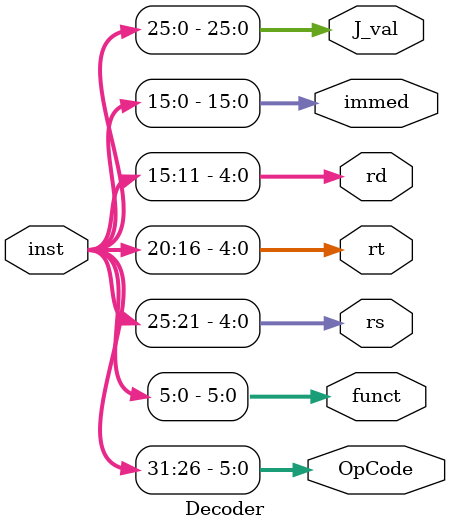
<source format=v>
`timescale 1ns / 1ps
module Decoder(inst,OpCode,rs,rt,rd,funct,immed,J_val);
input [31:0] inst;
output reg [5:0]OpCode,funct;
output reg [4:0] rs,rt,rd;
output reg [15:0] immed;
output reg [25:0] J_val;
always @(*)
	begin
	OpCode<=inst[31:26];
	rs<=inst[25:21];
	rt<=inst[20:16];
	rd<=inst[15:11];
	immed<=inst[15:0];
	funct<=inst[5:0];
	J_val<=inst[25:0];
end
endmodule

</source>
